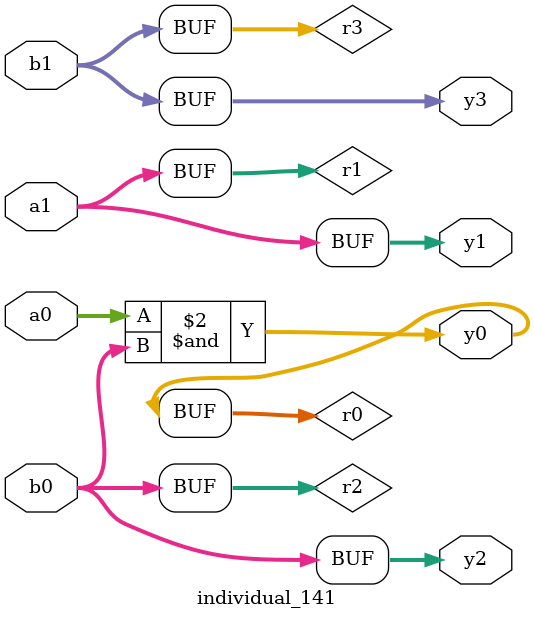
<source format=sv>
module individual_141(input logic [15:0] a1, input logic [15:0] a0, input logic [15:0] b1, input logic [15:0] b0, output logic [15:0] y3, output logic [15:0] y2, output logic [15:0] y1, output logic [15:0] y0);
logic [15:0] r0, r1, r2, r3; 
 always@(*) begin 
	 r0 = a0; r1 = a1; r2 = b0; r3 = b1; 
 	 r0  &=  r2 ;
 	 y3 = r3; y2 = r2; y1 = r1; y0 = r0; 
end
endmodule
</source>
